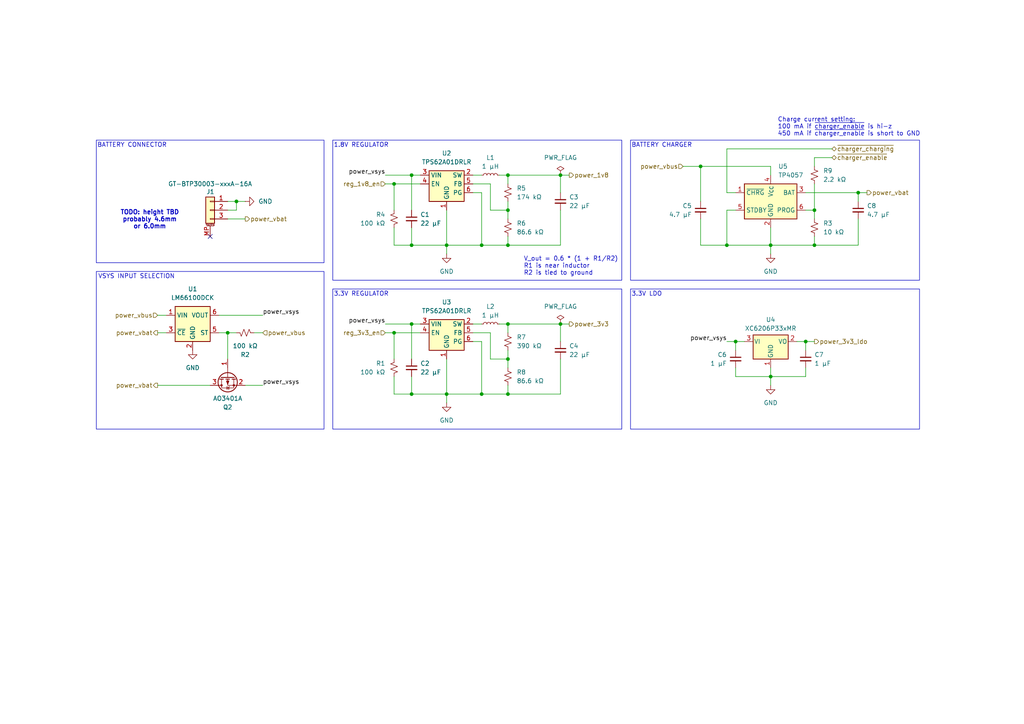
<source format=kicad_sch>
(kicad_sch (version 20231120) (generator "eeschema") (generator_version "8.0")
  (paper "A4")
  (title_block (title "Power supply / battery charger") (date "2024-11-14") (rev "Rev1") (comment 1 "Author: Aidan MacDonald"))
  (lib_symbols
    (symbol "Battery_Management:TP4057"
      (property "Reference" "U5" (at 2.1941 10.16 0))
      (property "Value" "TP4057" (at 2.1941 7.62 0))
      (symbol "TP4057_0_1"
        (rectangle (start -7.62 5.08) (end 7.62 -5.08) (stroke (width 0.254)) (fill (type background)))
      )
      (symbol "TP4057_1_1"
        (pin open_collector line (at -10.16 2.54 0) (length 2.54) (name "~{CHRG}") (number "1"))
        (pin power_in line (at 0 -7.62 90) (length 2.54) (name "GND") (number "2"))
        (pin power_out line (at 10.16 2.54 180) (length 2.54) (name "BAT") (number "3"))
        (pin power_in line (at 0 7.62 270) (length 2.54) (name "V_{CC}") (number "4"))
        (pin power_in line (at -10.16 -2.54 0) (length 2.54) (name "STDBY") (number "5"))
        (pin passive line (at 10.16 -2.54 180) (length 2.54) (name "PROG") (number "6"))
      )
    )
    (symbol "Device:C_Small" (pin_numbers hide) (pin_names (offset 0.254) hide)
      (property "Reference" "C" (at 0.254 1.778 0))
      (property "Value" "C_Small" (at 0.254 -2.032 0))
      (symbol "C_Small_0_1"
        (polyline (pts (xy -1.524 -0.508) (xy 1.524 -0.508)) (stroke (width 0.3302)))
        (polyline (pts (xy -1.524 0.508) (xy 1.524 0.508)) (stroke (width 0.3048)))
      )
      (symbol "C_Small_1_1"
        (pin passive line (at 0 2.54 270) (length 2.032) (name "~") (number "1"))
        (pin passive line (at 0 -2.54 90) (length 2.032) (name "~") (number "2"))
      )
    )
    (symbol "Device:L_Small" (pin_numbers hide) (pin_names (offset 0.254) hide)
      (property "Reference" "L" (at 0.762 1.016 0))
      (property "Value" "L_Small" (at 0.762 -1.016 0))
      (symbol "L_Small_0_1"
        (arc (start 0 -2.032) (mid 0.5058 -1.524) (end 0 -1.016))
        (arc (start 0 -1.016) (mid 0.5058 -0.508) (end 0 0))
        (arc (start 0 0) (mid 0.5058 0.508) (end 0 1.016))
        (arc (start 0 1.016) (mid 0.5058 1.524) (end 0 2.032))
      )
      (symbol "L_Small_1_1"
        (pin passive line (at 0 2.54 270) (length 0.508) (name "~") (number "1"))
        (pin passive line (at 0 -2.54 90) (length 0.508) (name "~") (number "2"))
      )
    )
    (symbol "Device:Q_PMOS_GSD" (pin_names (offset 0) hide)
      (property "Reference" "Q" (at 5.08 1.27 0))
      (property "Value" "Q_PMOS_GSD" (at 5.08 -1.27 0))
      (symbol "Q_PMOS_GSD_0_1"
        (polyline (pts (xy 0.254 0) (xy -2.54 0)))
        (polyline (pts (xy 0.254 1.905) (xy 0.254 -1.905)) (stroke (width 0.254)))
        (polyline (pts (xy 0.762 -1.27) (xy 0.762 -2.286)) (stroke (width 0.254)))
        (polyline (pts (xy 0.762 0.508) (xy 0.762 -0.508)) (stroke (width 0.254)))
        (polyline (pts (xy 0.762 2.286) (xy 0.762 1.27)) (stroke (width 0.254)))
        (polyline (pts (xy 2.54 2.54) (xy 2.54 1.778)))
        (polyline (pts (xy 2.54 -2.54) (xy 2.54 0) (xy 0.762 0)))
        (polyline (pts (xy 0.762 1.778) (xy 3.302 1.778) (xy 3.302 -1.778) (xy 0.762 -1.778)))
        (polyline (pts (xy 2.286 0) (xy 1.27 0.381) (xy 1.27 -0.381) (xy 2.286 0)) (fill (type outline)))
        (polyline (pts (xy 2.794 -0.508) (xy 2.921 -0.381) (xy 3.683 -0.381) (xy 3.81 -0.254)))
        (polyline (pts (xy 3.302 -0.381) (xy 2.921 0.254) (xy 3.683 0.254) (xy 3.302 -0.381)))
        (circle (center 1.651 0) (radius 2.794) (stroke (width 0.254)))
        (circle (center 2.54 -1.778) (radius 0.254) (fill (type outline)))
        (circle (center 2.54 1.778) (radius 0.254) (fill (type outline)))
      )
      (symbol "Q_PMOS_GSD_1_1"
        (pin input line (at -5.08 0 0) (length 2.54) (name "G") (number "1"))
        (pin passive line (at 2.54 -5.08 90) (length 2.54) (name "S") (number "2"))
        (pin passive line (at 2.54 5.08 270) (length 2.54) (name "D") (number "3"))
      )
    )
    (symbol "Device:R_Small_US" (pin_numbers hide) (pin_names (offset 0.254) hide)
      (property "Reference" "R" (at 0.762 0.508 0))
      (property "Value" "R_Small_US" (at 0.762 -1.016 0))
      (symbol "R_Small_US_1_1"
        (polyline (pts (xy 0 0) (xy 1.016 -0.381) (xy 0 -0.762) (xy -1.016 -1.143) (xy 0 -1.524)))
        (polyline (pts (xy 0 1.524) (xy 1.016 1.143) (xy 0 0.762) (xy -1.016 0.381) (xy 0 0)))
        (pin passive line (at 0 2.54 270) (length 1.016) (name "~") (number "1"))
        (pin passive line (at 0 -2.54 90) (length 1.016) (name "~") (number "2"))
      )
    )
    (symbol "Regulator_Linear:XC6206PxxxMR" (pin_names (offset 0.254))
      (property "Reference" "U" (at -3.81 3.175 0))
      (property "Value" "XC6206PxxxMR" (at 0 3.175 0))
      (symbol "XC6206PxxxMR_0_1"
        (rectangle (start -5.08 1.905) (end 5.08 -5.08) (stroke (width 0.254)) (fill (type background)))
      )
      (symbol "XC6206PxxxMR_1_1"
        (pin power_in line (at 0 -7.62 90) (length 2.54) (name "GND") (number "1"))
        (pin power_out line (at 7.62 0 180) (length 2.54) (name "VO") (number "2"))
        (pin power_in line (at -7.62 0 0) (length 2.54) (name "VI") (number "3"))
      )
    )
    (symbol "TPS62A01DRLR_1"
      (property "Reference" "U2" (at 0 8.89 0))
      (property "Value" "TPS62A01DRLR" (at 0 6.35 0))
      (symbol "TPS62A01DRLR_1_0_1"
        (rectangle (start -5.08 3.81) (end 5.08 -5.08) (stroke (width 0.254)) (fill (type background)))
      )
      (symbol "TPS62A01DRLR_1_1_1"
        (pin power_in line (at 0 -7.62 90) (length 2.54) (name "GND") (number "1"))
        (pin power_out line (at 7.62 2.54 180) (length 2.54) (name "SW") (number "2"))
        (pin power_in line (at -7.62 2.54 0) (length 2.54) (name "VIN") (number "3"))
        (pin input line (at -7.62 0 0) (length 2.54) (name "EN") (number "4"))
        (pin input line (at 7.62 0 180) (length 2.54) (name "FB") (number "5"))
        (pin power_in line (at 7.62 -2.54 180) (length 2.54) (name "PG") (number "6"))
      )
    )
    (symbol "echoplayer:GT-BTP30003" (pin_names (offset 1.016) hide)
      (property "Reference" "J" (at 0 5.08 0))
      (property "Value" "GT-BTP30003" (at 1.27 -5.08 0))
      (symbol "GT-BTP30003_1_1"
        (rectangle (start -1.27 -2.413) (end 0 -2.667) (stroke (width 0.1524)))
        (rectangle (start -1.27 0.127) (end 0 -0.127) (stroke (width 0.1524)))
        (rectangle (start -1.27 2.667) (end 0 2.413) (stroke (width 0.1524)))
        (rectangle (start -1.27 3.81) (end 1.27 -3.81) (stroke (width 0.254)) (fill (type background)))
        (polyline (pts (xy -1.016 -4.572) (xy 1.016 -4.572)) (stroke (width 0.1524)))
        (text "Mounting" (at 0 -4.191 0) (effects (font (size 0.381 0.381))))
        (pin passive line (at -5.08 2.54 0) (length 3.81) (name "Pin_1") (number "1"))
        (pin passive line (at -5.08 0 0) (length 3.81) (name "Pin_2") (number "2"))
        (pin passive line (at -5.08 -2.54 0) (length 3.81) (name "Pin_3") (number "3"))
        (pin passive line (at 0 -7.62 90) (length 3.048) (name "MountPin") (number "MP"))
      )
    )
    (symbol "echoplayer:LM66100DCK"
      (property "Reference" "U" (at -5.08 6.096 0))
      (property "Value" "LM66100DCK" (at 0.254 -6.35 0))
      (symbol "LM66100DCK_0_1"
        (rectangle (start -5.08 5.08) (end 5.08 -5.08) (stroke (width 0.254)) (fill (type background)))
      )
      (symbol "LM66100DCK_1_1"
        (pin power_in line (at -7.62 2.54 0) (length 2.54) (name "VIN") (number "1"))
        (pin power_in line (at 0 -7.62 90) (length 2.54) (name "GND") (number "2"))
        (pin input line (at -7.62 -2.54 0) (length 2.54) (name "~{CE}") (number "3"))
        (pin no_connect line (at 0 5.08 270) (length 2.54) hide (name "NC") (number "4"))
        (pin open_collector line (at 7.62 -2.54 180) (length 2.54) (name "ST") (number "5"))
        (pin power_out line (at 7.62 2.54 180) (length 2.54) (name "VOUT") (number "6"))
      )
    )
    (symbol "echoplayer:TPS62A01DRLR"
      (property "Reference" "U3" (at 0 8.89 0))
      (property "Value" "TPS62A01DRLR" (at 0 6.35 0))
      (symbol "TPS62A01DRLR_0_1"
        (rectangle (start -5.08 3.81) (end 5.08 -5.08) (stroke (width 0.254)) (fill (type background)))
      )
      (symbol "TPS62A01DRLR_1_1"
        (pin power_in line (at 0 -7.62 90) (length 2.54) (name "GND") (number "1"))
        (pin power_out line (at 7.62 2.54 180) (length 2.54) (name "SW") (number "2"))
        (pin power_in line (at -7.62 2.54 0) (length 2.54) (name "VIN") (number "3"))
        (pin input line (at -7.62 0 0) (length 2.54) (name "EN") (number "4"))
        (pin input line (at 7.62 0 180) (length 2.54) (name "FB") (number "5"))
        (pin power_in line (at 7.62 -2.54 180) (length 2.54) (name "PG") (number "6"))
      )
    )
    (symbol "power:GND" (power) (pin_numbers hide) (pin_names (offset 0) hide)
      (property "Value" "GND" (at 0 -3.81 0))
      (symbol "GND_0_1"
        (polyline (pts (xy 0 0) (xy 0 -1.27) (xy 1.27 -1.27) (xy 0 -2.54) (xy -1.27 -1.27) (xy 0 -1.27)))
      )
      (symbol "GND_1_1"
        (pin power_in line (at 0 0 270) (length 0) (name "~") (number "1"))
      )
    )
    (symbol "power:PWR_FLAG" (power) (pin_numbers hide) (pin_names (offset 0) hide)
      (property "Value" "PWR_FLAG" (at 0 3.81 0))
      (symbol "PWR_FLAG_0_0"
        (pin power_out line (at 0 0 90) (length 0) (name "~") (number "1"))
      )
      (symbol "PWR_FLAG_0_1"
        (polyline (pts (xy 0 0) (xy 0 1.27) (xy -1.016 1.905) (xy 0 2.54) (xy 1.016 1.905) (xy 0 1.27)))
      )
    )
  )
  (junction (at 162.56 93.98))
  (junction (at 147.32 71.12))
  (junction (at 66.04 96.52))
  (junction (at 236.22 60.96))
  (junction (at 119.38 93.98))
  (junction (at 147.32 50.8))
  (junction (at 147.32 93.98))
  (junction (at 248.92 55.88))
  (junction (at 210.82 71.12))
  (junction (at 203.2 48.26))
  (junction (at 223.52 109.22))
  (junction (at 233.68 99.06))
  (junction (at 119.38 50.8))
  (junction (at 129.54 71.12))
  (junction (at 162.56 50.8))
  (junction (at 139.7 71.12))
  (junction (at 139.7 114.3))
  (junction (at 147.32 114.3))
  (junction (at 236.22 71.12))
  (junction (at 147.32 60.96))
  (junction (at 119.38 71.12))
  (junction (at 68.58 58.42))
  (junction (at 129.54 114.3))
  (junction (at 119.38 114.3))
  (junction (at 223.52 71.12))
  (junction (at 147.32 104.14))
  (junction (at 213.36 99.06))
  (junction (at 114.3 53.34))
  (junction (at 114.3 96.52))
  (no_connect (at 60.96 68.58))
  (wire (pts (xy 215.9 99.06) (xy 213.36 99.06)))
  (wire (pts (xy 142.24 60.96) (xy 147.32 60.96)))
  (wire (pts (xy 210.82 43.18) (xy 241.3 43.18)))
  (wire (pts (xy 147.32 93.98) (xy 147.32 96.52)))
  (wire (pts (xy 233.68 60.96) (xy 236.22 60.96)))
  (wire (pts (xy 236.22 45.72) (xy 236.22 48.26)))
  (wire (pts (xy 76.2 111.76) (xy 71.12 111.76)))
  (wire (pts (xy 139.7 55.88) (xy 139.7 71.12)))
  (wire (pts (xy 233.68 109.22) (xy 223.52 109.22)))
  (wire (pts (xy 147.32 68.58) (xy 147.32 71.12)))
  (wire (pts (xy 142.24 53.34) (xy 142.24 60.96)))
  (wire (pts (xy 236.22 71.12) (xy 236.22 68.58)))
  (wire (pts (xy 203.2 48.26) (xy 223.52 48.26)))
  (wire (pts (xy 233.68 106.68) (xy 233.68 109.22)))
  (wire (pts (xy 147.32 104.14) (xy 147.32 106.68)))
  (wire (pts (xy 119.38 93.98) (xy 121.92 93.98)))
  (wire (pts (xy 248.92 55.88) (xy 248.92 58.42)))
  (wire (pts (xy 119.38 109.22) (xy 119.38 114.3)))
  (wire (pts (xy 129.54 114.3) (xy 129.54 116.84)))
  (wire (pts (xy 137.16 96.52) (xy 142.24 96.52)))
  (wire (pts (xy 119.38 50.8) (xy 121.92 50.8)))
  (wire (pts (xy 223.52 71.12) (xy 236.22 71.12)))
  (wire (pts (xy 111.76 53.34) (xy 114.3 53.34)))
  (wire (pts (xy 142.24 53.34) (xy 137.16 53.34)))
  (wire (pts (xy 223.52 66.04) (xy 223.52 71.12)))
  (wire (pts (xy 147.32 111.76) (xy 147.32 114.3)))
  (wire (pts (xy 119.38 114.3) (xy 129.54 114.3)))
  (wire (pts (xy 129.54 71.12) (xy 129.54 73.66)))
  (wire (pts (xy 137.16 93.98) (xy 139.7 93.98)))
  (wire (pts (xy 119.38 50.8) (xy 119.38 60.96)))
  (wire (pts (xy 66.04 96.52) (xy 66.04 104.14)))
  (wire (pts (xy 223.52 106.68) (xy 223.52 109.22)))
  (wire (pts (xy 144.78 50.8) (xy 147.32 50.8)))
  (wire (pts (xy 241.3 45.72) (xy 236.22 45.72)))
  (wire (pts (xy 248.92 55.88) (xy 251.46 55.88)))
  (wire (pts (xy 162.56 71.12) (xy 147.32 71.12)))
  (wire (pts (xy 233.68 99.06) (xy 236.22 99.06)))
  (wire (pts (xy 142.24 96.52) (xy 142.24 104.14)))
  (wire (pts (xy 129.54 104.14) (xy 129.54 114.3)))
  (wire (pts (xy 114.3 114.3) (xy 119.38 114.3)))
  (wire (pts (xy 162.56 93.98) (xy 165.1 93.98)))
  (wire (pts (xy 129.54 114.3) (xy 139.7 114.3)))
  (wire (pts (xy 137.16 99.06) (xy 139.7 99.06)))
  (wire (pts (xy 139.7 99.06) (xy 139.7 114.3)))
  (wire (pts (xy 63.5 96.52) (xy 66.04 96.52)))
  (wire (pts (xy 111.76 96.52) (xy 114.3 96.52)))
  (wire (pts (xy 203.2 63.5) (xy 203.2 71.12)))
  (wire (pts (xy 129.54 60.96) (xy 129.54 71.12)))
  (wire (pts (xy 114.3 71.12) (xy 119.38 71.12)))
  (wire (pts (xy 162.56 50.8) (xy 147.32 50.8)))
  (wire (pts (xy 162.56 104.14) (xy 162.56 114.3)))
  (wire (pts (xy 137.16 50.8) (xy 139.7 50.8)))
  (wire (pts (xy 248.92 71.12) (xy 236.22 71.12)))
  (wire (pts (xy 147.32 71.12) (xy 139.7 71.12)))
  (wire (pts (xy 66.04 63.5) (xy 71.12 63.5)))
  (wire (pts (xy 231.14 99.06) (xy 233.68 99.06)))
  (wire (pts (xy 213.36 60.96) (xy 210.82 60.96)))
  (wire (pts (xy 233.68 55.88) (xy 248.92 55.88)))
  (wire (pts (xy 203.2 48.26) (xy 203.2 58.42)))
  (wire (pts (xy 210.82 71.12) (xy 223.52 71.12)))
  (wire (pts (xy 210.82 60.96) (xy 210.82 71.12)))
  (wire (pts (xy 142.24 104.14) (xy 147.32 104.14)))
  (wire (pts (xy 114.3 96.52) (xy 121.92 96.52)))
  (wire (pts (xy 147.32 50.8) (xy 147.32 53.34)))
  (wire (pts (xy 248.92 63.5) (xy 248.92 71.12)))
  (wire (pts (xy 66.04 60.96) (xy 68.58 60.96)))
  (wire (pts (xy 114.3 96.52) (xy 114.3 104.14)))
  (wire (pts (xy 137.16 55.88) (xy 139.7 55.88)))
  (wire (pts (xy 147.32 58.42) (xy 147.32 60.96)))
  (wire (pts (xy 45.72 111.76) (xy 60.96 111.76)))
  (wire (pts (xy 111.76 93.98) (xy 119.38 93.98)))
  (wire (pts (xy 162.56 50.8) (xy 165.1 50.8)))
  (wire (pts (xy 236.22 53.34) (xy 236.22 60.96)))
  (wire (pts (xy 162.56 93.98) (xy 147.32 93.98)))
  (wire (pts (xy 119.38 93.98) (xy 119.38 104.14)))
  (wire (pts (xy 119.38 71.12) (xy 129.54 71.12)))
  (wire (pts (xy 114.3 53.34) (xy 114.3 60.96)))
  (wire (pts (xy 68.58 58.42) (xy 71.12 58.42)))
  (wire (pts (xy 213.36 106.68) (xy 213.36 109.22)))
  (wire (pts (xy 45.72 96.52) (xy 48.26 96.52)))
  (wire (pts (xy 162.56 60.96) (xy 162.56 71.12)))
  (wire (pts (xy 114.3 109.22) (xy 114.3 114.3)))
  (wire (pts (xy 198.12 48.26) (xy 203.2 48.26)))
  (wire (pts (xy 210.82 55.88) (xy 210.82 43.18)))
  (wire (pts (xy 223.52 48.26) (xy 223.52 50.8)))
  (wire (pts (xy 233.68 99.06) (xy 233.68 101.6)))
  (wire (pts (xy 213.36 55.88) (xy 210.82 55.88)))
  (wire (pts (xy 213.36 99.06) (xy 213.36 101.6)))
  (wire (pts (xy 162.56 55.88) (xy 162.56 50.8)))
  (wire (pts (xy 66.04 96.52) (xy 68.58 96.52)))
  (wire (pts (xy 76.2 96.52) (xy 73.66 96.52)))
  (wire (pts (xy 45.72 91.44) (xy 48.26 91.44)))
  (wire (pts (xy 223.52 73.66) (xy 223.52 71.12)))
  (wire (pts (xy 147.32 60.96) (xy 147.32 63.5)))
  (wire (pts (xy 162.56 114.3) (xy 147.32 114.3)))
  (wire (pts (xy 111.76 50.8) (xy 119.38 50.8)))
  (wire (pts (xy 114.3 66.04) (xy 114.3 71.12)))
  (wire (pts (xy 147.32 101.6) (xy 147.32 104.14)))
  (wire (pts (xy 144.78 93.98) (xy 147.32 93.98)))
  (wire (pts (xy 66.04 58.42) (xy 68.58 58.42)))
  (wire (pts (xy 210.82 99.06) (xy 213.36 99.06)))
  (wire (pts (xy 139.7 114.3) (xy 147.32 114.3)))
  (wire (pts (xy 213.36 109.22) (xy 223.52 109.22)))
  (wire (pts (xy 223.52 109.22) (xy 223.52 111.76)))
  (wire (pts (xy 119.38 66.04) (xy 119.38 71.12)))
  (wire (pts (xy 114.3 53.34) (xy 121.92 53.34)))
  (wire (pts (xy 162.56 99.06) (xy 162.56 93.98)))
  (wire (pts (xy 68.58 58.42) (xy 68.58 60.96)))
  (wire (pts (xy 203.2 71.12) (xy 210.82 71.12)))
  (wire (pts (xy 139.7 71.12) (xy 129.54 71.12)))
  (wire (pts (xy 236.22 60.96) (xy 236.22 63.5)))
  (wire (pts (xy 63.5 91.44) (xy 76.2 91.44)))
  (rectangle (start 96.52 40.64) (end 180.34 81.28))
  (rectangle (start 27.94 40.64) (end 93.98 76.2))
  (rectangle (start 96.52 83.82) (end 180.34 124.46))
  (rectangle (start 27.94 78.74) (end 93.98 124.46))
  (rectangle (start 182.88 83.82) (end 266.7 124.46))
  (rectangle (start 182.88 40.64) (end 266.7 81.28))
  (text "TODO: height TBD\nprobably 4.6mm\nor 6.0mm" (at 43.434 63.754 0) (effects (font (size 1.27 1.27) (thickness 0.254) (bold yes))))
  (text "3.3V REGULATOR" (at 96.774 85.344 0) (effects (font (size 1.27 1.27)) (justify left)))
  (text "V_out = 0.6 * (1 + R1/R2)\nR1 is near inductor\nR2 is tied to ground" (at 151.892 77.216 0) (effects (font (size 1.27 1.27)) (justify left)))
  (text "1.8V REGULATOR" (at 96.774 42.164 0) (effects (font (size 1.27 1.27)) (justify left)))
  (text "Charge current setting:\n100 mA if ~{charger_enable} is hi-z\n450 mA if ~{charger_enable} is short to GND" (at 225.552 36.83 0) (effects (font (size 1.27 1.27)) (justify left)))
  (text "BATTERY CHARGER" (at 183.134 42.164 0) (effects (font (size 1.27 1.27)) (justify left)))
  (text "BATTERY CONNECTOR" (at 28.194 42.164 0) (effects (font (size 1.27 1.27)) (justify left)))
  (text "3.3V LDO" (at 183.134 85.344 0) (effects (font (size 1.27 1.27)) (justify left)))
  (text "VSYS INPUT SELECTION" (at 28.448 80.264 0) (effects (font (size 1.27 1.27)) (justify left)))
  (label "power_vsys" (at 76.2 111.76 0))
  (label "power_vsys" (at 111.76 93.98 180))
  (label "power_vsys" (at 76.2 91.44 0))
  (label "power_vsys" (at 210.82 99.06 180))
  (label "power_vsys" (at 111.76 50.8 180))
  (hierarchical_label "power_vbat" (shape output) (at 45.72 96.52 180))
  (hierarchical_label "~{charger_charging}" (shape tri_state) (at 241.3 43.18 0))
  (hierarchical_label "power_3v3" (shape output) (at 165.1 93.98 0))
  (hierarchical_label "reg_3v3_en" (shape input) (at 111.76 96.52 180))
  (hierarchical_label "power_vbus" (shape input) (at 198.12 48.26 180))
  (hierarchical_label "power_vbus" (shape input) (at 45.72 91.44 180))
  (hierarchical_label "power_vbus" (shape input) (at 76.2 96.52 0))
  (hierarchical_label "power_vbat" (shape output) (at 71.12 63.5 0))
  (hierarchical_label "power_1v8" (shape output) (at 165.1 50.8 0))
  (hierarchical_label "~{charger_enable}" (shape tri_state) (at 241.3 45.72 0))
  (hierarchical_label "reg_1v8_en" (shape input) (at 111.76 53.34 180))
  (hierarchical_label "power_3v3_ldo" (shape output) (at 236.22 99.06 0))
  (hierarchical_label "power_vbat" (shape output) (at 251.46 55.88 0))
  (hierarchical_label "power_vbat" (shape output) (at 45.72 111.76 180))
  (symbol (lib_id "power:PWR_FLAG") (at 162.56 93.98 0) (unit 1)
    (property "Reference" "#FLG02" (effects (hide yes)))
    (property "Value" "PWR_FLAG" (at 162.56 88.9 0))
    (property "Description" "Special symbol for telling ERC where power comes from" (effects (hide yes)))
  )
  (symbol (lib_id "Device:R_Small_US") (at 114.3 63.5 0) (mirror y) (unit 1)
    (property "Reference" "R4" (at 111.76 62.2299 0) (effects (justify left)))
    (property "Value" "100 kΩ" (at 111.76 64.7699 0) (effects (justify left)))
    (property "Footprint" "Resistor_SMD:R_0402_1005Metric" (effects (hide yes)))
    (property "Description" "Resistor, small US symbol" (effects (hide yes)))
    (property "LCSC#" "C60491" (effects (hide yes)))
  )
  (symbol (lib_id "Battery_Management:TP4057") (at 223.52 58.42 0) (unit 1)
    (property "Reference" "U5" (at 225.7141 48.26 0) (effects (justify left)))
    (property "Value" "TP4057" (at 225.7141 50.8 0) (effects (justify left)))
    (property "Footprint" "Package_TO_SOT_SMD:TSOT-23-6" (effects (hide yes)))
    (property "Datasheet" "http://toppwr.com/uploadfile/file/20230304/640302a47b738.pdf" (effects (hide yes)))
    (property "Description" "Constant-current/constant-voltage linear charger for single cell lithium-ion batteries with 2.9V Trickle Charge, 4.5V to 6.5V VDD, -40 to +85 degree Celsius, TSOT-23-5" (effects (hide yes)))
    (property "LCSC#" "C725791" (effects (hide yes)))
  )
  (symbol (lib_id "echoplayer:TPS62A01DRLR") (at 129.54 96.52 0) (unit 1)
    (property "Reference" "U3" (at 129.54 87.63 0))
    (property "Value" "TPS62A01DRLR" (at 129.54 90.17 0))
    (property "Footprint" "Package_TO_SOT_SMD:SOT-563" (effects (hide yes)))
    (property "Datasheet" "https://www.ti.com/lit/ds/symlink/tps62a01.pdf" (effects (hide yes)))
    (property "Description" "2.4 MHz, 1A, 2.5V-5.5V input, synchronous buck converter" (effects (hide yes)))
    (property "LCSC#" "C5157937" (effects (hide yes)))
  )
  (symbol (lib_id "Device:R_Small_US") (at 236.22 66.04 0) (unit 1)
    (property "Reference" "R3" (at 238.76 64.7699 0) (effects (justify left)))
    (property "Value" "10 kΩ" (at 238.76 67.3099 0) (effects (justify left)))
    (property "Footprint" "Resistor_SMD:R_0402_1005Metric" (effects (hide yes)))
    (property "Description" "Resistor, small US symbol" (effects (hide yes)))
    (property "LCSC#" "C60490" (effects (hide yes)))
  )
  (symbol (lib_id "Device:R_Small_US") (at 147.32 66.04 0) (unit 1)
    (property "Reference" "R6" (at 149.86 64.7699 0) (effects (justify left)))
    (property "Value" "86.6 kΩ" (at 149.86 67.3099 0) (effects (justify left)))
    (property "Footprint" "Resistor_SMD:R_0603_1608Metric" (effects (hide yes)))
    (property "Description" "Resistor, small US symbol" (effects (hide yes)))
    (property "LCSC#" "C3000725" (effects (hide yes)))
  )
  (symbol (lib_id "Device:L_Small") (at 142.24 93.98 90) (unit 1)
    (property "Reference" "L2" (at 142.24 88.9 90))
    (property "Value" "1 µH" (at 142.24 91.44 90))
    (property "Footprint" "echoplayer:L_0806_2016Metric" (effects (hide yes)))
    (property "Datasheet" "https://www.lcsc.com/datasheet/lcsc_datasheet_2410010330_Murata-Electronics-DFE201610E-1R0M-P2_C161082.pdf" (effects (hide yes)))
    (property "Description" "Inductor, small symbol" (effects (hide yes)))
    (property "LCSC#" "C161082" (effects (hide yes)))
  )
  (symbol (lib_id "Device:L_Small") (at 142.24 50.8 90) (unit 1)
    (property "Reference" "L1" (at 142.24 45.72 90))
    (property "Value" "1 µH" (at 142.24 48.26 90))
    (property "Footprint" "echoplayer:L_0806_2016Metric" (effects (hide yes)))
    (property "Datasheet" "https://www.lcsc.com/datasheet/lcsc_datasheet_2410010330_Murata-Electronics-DFE201610E-1R0M-P2_C161082.pdf" (effects (hide yes)))
    (property "Description" "Inductor, small symbol" (effects (hide yes)))
    (property "LCSC#" "C161082" (effects (hide yes)))
  )
  (symbol (lib_id "Device:Q_PMOS_GSD") (at 66.04 109.22 90) (mirror x) (unit 1)
    (property "Reference" "Q2" (at 66.04 118.11 90))
    (property "Value" "AO3401A" (at 66.04 115.57 90))
    (property "Footprint" "Package_TO_SOT_SMD:SOT-23" (effects (hide yes)))
    (property "Datasheet" "https://www.lcsc.com/datasheet/lcsc_datasheet_2311091734_UMW-Youtai-Semiconductor-Co---Ltd--AO3401A_C347476.pdf" (effects (hide yes)))
    (property "Description" "P-MOSFET transistor, gate/source/drain" (effects (hide yes)))
    (property "LCSC#" "C347476" (effects (hide yes)))
  )
  (symbol (lib_id "echoplayer:GT-BTP30003") (at 60.96 60.96 0) (mirror y) (unit 1)
    (property "Reference" "J1" (at 62.23 55.626 0) (effects (justify left)))
    (property "Value" "GT-BTP30003-xxxA-16A" (at 73.152 53.34 0) (effects (justify left)))
    (property "Footprint" "echoplayer:Conn_GT-BTP30003-xxxxA-016A" (effects (hide yes)))
    (property "Datasheet" "https://www.lcsc.com/datasheet/lcsc_datasheet_2409091552_G-Switch-GT-BTP30003-0460A-016A_C41378737.pdf" (effects (hide yes)))
    (property "Description" "3-pin blade/shrapnel battery connector, SMD, vertical mount with mounting pin" (effects (hide yes)))
    (property "LCSC#" "C41378737" (effects (hide yes)))
  )
  (symbol (lib_id "Device:C_Small") (at 162.56 101.6 0) (mirror y) (unit 1)
    (property "Reference" "C4" (at 165.1 100.3362 0) (effects (justify right)))
    (property "Value" "22 µF" (at 165.1 102.8762 0) (effects (justify right)))
    (property "Footprint" "Capacitor_SMD:C_0805_2012Metric" (effects (hide yes)))
    (property "Description" "Unpolarized capacitor, small symbol" (effects (hide yes)))
    (property "LCSC#" "C86816" (effects (hide yes)))
  )
  (symbol (lib_id "power:GND") (at 223.52 73.66 0) (unit 1)
    (property "Reference" "#PWR016" (effects (hide yes)))
    (property "Value" "GND" (at 223.52 78.74 0))
    (property "Description" "Power symbol creates a global label with name \"GND\" , ground" (effects (hide yes)))
  )
  (symbol (lib_id "power:GND") (at 223.52 111.76 0) (unit 1)
    (property "Reference" "#PWR015" (effects (hide yes)))
    (property "Value" "GND" (at 223.52 116.84 0))
    (property "Description" "Power symbol creates a global label with name \"GND\" , ground" (effects (hide yes)))
  )
  (symbol (lib_id "Device:R_Small_US") (at 114.3 106.68 0) (mirror y) (unit 1)
    (property "Reference" "R1" (at 111.76 105.4099 0) (effects (justify left)))
    (property "Value" "100 kΩ" (at 111.76 107.9499 0) (effects (justify left)))
    (property "Footprint" "Resistor_SMD:R_0402_1005Metric" (effects (hide yes)))
    (property "Description" "Resistor, small US symbol" (effects (hide yes)))
    (property "LCSC#" "C60491" (effects (hide yes)))
  )
  (symbol (lib_id "Device:R_Small_US") (at 147.32 109.22 0) (unit 1)
    (property "Reference" "R8" (at 149.86 107.9499 0) (effects (justify left)))
    (property "Value" "86.6 kΩ" (at 149.86 110.4899 0) (effects (justify left)))
    (property "Footprint" "Resistor_SMD:R_0603_1608Metric" (effects (hide yes)))
    (property "Description" "Resistor, small US symbol" (effects (hide yes)))
    (property "LCSC#" "C3000725" (effects (hide yes)))
  )
  (symbol (lib_id "Device:R_Small_US") (at 147.32 99.06 0) (unit 1)
    (property "Reference" "R7" (at 149.86 97.7899 0) (effects (justify left)))
    (property "Value" "390 kΩ" (at 149.86 100.3299 0) (effects (justify left)))
    (property "Footprint" "Resistor_SMD:R_0603_1608Metric" (effects (hide yes)))
    (property "Description" "Resistor, small US symbol" (effects (hide yes)))
    (property "LCSC#" "C23150" (effects (hide yes)))
  )
  (symbol (lib_id "Device:C_Small") (at 162.56 58.42 0) (mirror y) (unit 1)
    (property "Reference" "C3" (at 165.1 57.1562 0) (effects (justify right)))
    (property "Value" "22 µF" (at 165.1 59.6962 0) (effects (justify right)))
    (property "Footprint" "Capacitor_SMD:C_0805_2012Metric" (effects (hide yes)))
    (property "Description" "Unpolarized capacitor, small symbol" (effects (hide yes)))
    (property "LCSC#" "C86816" (effects (hide yes)))
  )
  (symbol (lib_id "power:GND") (at 71.12 58.42 90) (unit 1)
    (property "Reference" "#PWR011" (effects (hide yes)))
    (property "Value" "GND" (at 74.93 58.4199 90) (effects (justify right)))
    (property "Description" "Power symbol creates a global label with name \"GND\" , ground" (effects (hide yes)))
  )
  (symbol (lib_name "TPS62A01DRLR_1") (lib_id "echoplayer:TPS62A01DRLR") (at 129.54 53.34 0) (unit 1)
    (property "Reference" "U2" (at 129.54 44.45 0))
    (property "Value" "TPS62A01DRLR" (at 129.54 46.99 0))
    (property "Footprint" "Package_TO_SOT_SMD:SOT-563" (effects (hide yes)))
    (property "Datasheet" "https://www.ti.com/lit/ds/symlink/tps62a01.pdf" (effects (hide yes)))
    (property "Description" "2.4 MHz, 1A, 2.5V-5.5V input, synchronous buck converter" (effects (hide yes)))
    (property "LCSC#" "C5157937" (effects (hide yes)))
  )
  (symbol (lib_id "Device:R_Small_US") (at 236.22 50.8 0) (unit 1)
    (property "Reference" "R9" (at 238.76 49.5299 0) (effects (justify left)))
    (property "Value" "2.2 kΩ" (at 238.76 52.0699 0) (effects (justify left)))
    (property "Footprint" "Resistor_SMD:R_0402_1005Metric" (effects (hide yes)))
    (property "Description" "Resistor, small US symbol" (effects (hide yes)))
    (property "LCSC#" "C114762" (effects (hide yes)))
  )
  (symbol (lib_id "power:GND") (at 55.88 101.6 0) (unit 1)
    (property "Reference" "#PWR010" (effects (hide yes)))
    (property "Value" "GND" (at 55.88 106.68 0))
    (property "Description" "Power symbol creates a global label with name \"GND\" , ground" (effects (hide yes)))
  )
  (symbol (lib_id "power:GND") (at 129.54 73.66 0) (unit 1)
    (property "Reference" "#PWR013" (effects (hide yes)))
    (property "Value" "GND" (at 129.54 78.74 0))
    (property "Description" "Power symbol creates a global label with name \"GND\" , ground" (effects (hide yes)))
  )
  (symbol (lib_id "Device:C_Small") (at 233.68 104.14 0) (unit 1)
    (property "Reference" "C7" (at 236.22 102.8762 0) (effects (justify left)))
    (property "Value" "1 µF" (at 236.22 105.4162 0) (effects (justify left)))
    (property "Footprint" "Capacitor_SMD:C_0402_1005Metric" (effects (hide yes)))
    (property "Description" "Unpolarized capacitor, small symbol" (effects (hide yes)))
    (property "LCSC#" "C52923" (effects (hide yes)))
  )
  (symbol (lib_id "Device:R_Small_US") (at 147.32 55.88 0) (unit 1)
    (property "Reference" "R5" (at 149.86 54.6099 0) (effects (justify left)))
    (property "Value" "174 kΩ" (at 149.86 57.1499 0) (effects (justify left)))
    (property "Footprint" "Resistor_SMD:R_0603_1608Metric" (effects (hide yes)))
    (property "Description" "Resistor, small US symbol" (effects (hide yes)))
    (property "LCSC#" "C2933159" (effects (hide yes)))
  )
  (symbol (lib_id "Device:C_Small") (at 119.38 106.68 0) (mirror y) (unit 1)
    (property "Reference" "C2" (at 121.92 105.4162 0) (effects (justify right)))
    (property "Value" "22 µF" (at 121.92 107.9562 0) (effects (justify right)))
    (property "Footprint" "Capacitor_SMD:C_0805_2012Metric" (effects (hide yes)))
    (property "Description" "Unpolarized capacitor, small symbol" (effects (hide yes)))
    (property "LCSC#" "C86816" (effects (hide yes)))
  )
  (symbol (lib_id "echoplayer:LM66100DCK") (at 55.88 93.98 0) (unit 1)
    (property "Reference" "U1" (at 55.88 83.82 0))
    (property "Value" "LM66100DCK" (at 55.88 86.36 0))
    (property "Footprint" "Package_TO_SOT_SMD:Texas_R-PDSO-G6" (effects (hide yes)))
    (property "Datasheet" "https://www.ti.com/lit/ds/symlink/lm66100.pdf" (effects (hide yes)))
    (property "Description" "Ideal Diode With Input Polarity Protection 1.5 - 5.5V  Input Voltage, 1.5A Output Current, Ron 141 mOhm, SC-70-6" (effects (hide yes)))
    (property "LCSC#" "C2869734" (effects (hide yes)))
  )
  (symbol (lib_id "Device:C_Small") (at 213.36 104.14 0) (mirror y) (unit 1)
    (property "Reference" "C6" (at 210.82 102.8762 0) (effects (justify left)))
    (property "Value" "1 µF" (at 210.82 105.4162 0) (effects (justify left)))
    (property "Footprint" "Capacitor_SMD:C_0402_1005Metric" (effects (hide yes)))
    (property "Description" "Unpolarized capacitor, small symbol" (effects (hide yes)))
    (property "LCSC#" "C52923" (effects (hide yes)))
  )
  (symbol (lib_id "power:GND") (at 129.54 116.84 0) (unit 1)
    (property "Reference" "#PWR014" (effects (hide yes)))
    (property "Value" "GND" (at 129.54 121.92 0))
    (property "Description" "Power symbol creates a global label with name \"GND\" , ground" (effects (hide yes)))
  )
  (symbol (lib_id "Device:C_Small") (at 119.38 63.5 0) (mirror y) (unit 1)
    (property "Reference" "C1" (at 121.92 62.2362 0) (effects (justify right)))
    (property "Value" "22 µF" (at 121.92 64.7762 0) (effects (justify right)))
    (property "Footprint" "Capacitor_SMD:C_0805_2012Metric" (effects (hide yes)))
    (property "Description" "Unpolarized capacitor, small symbol" (effects (hide yes)))
    (property "LCSC#" "C86816" (effects (hide yes)))
  )
  (symbol (lib_id "Device:R_Small_US") (at 71.12 96.52 270) (mirror x) (unit 1)
    (property "Reference" "R2" (at 71.12 102.87 90))
    (property "Value" "100 kΩ" (at 71.12 100.33 90))
    (property "Footprint" "Resistor_SMD:R_0402_1005Metric" (effects (hide yes)))
    (property "Description" "Resistor, small US symbol" (effects (hide yes)))
    (property "LCSC#" "C60491" (effects (hide yes)))
  )
  (symbol (lib_id "Device:C_Small") (at 203.2 60.96 0) (unit 1)
    (property "Reference" "C5" (at 200.66 59.6962 0) (effects (justify right)))
    (property "Value" "4.7 µF" (at 200.66 62.2362 0) (effects (justify right)))
    (property "Footprint" "Capacitor_SMD:C_0603_1608Metric" (effects (hide yes)))
    (property "Description" "Unpolarized capacitor, small symbol" (effects (hide yes)))
    (property "LCSC#" "C69335" (effects (hide yes)))
  )
  (symbol (lib_id "power:PWR_FLAG") (at 162.56 50.8 0) (unit 1)
    (property "Reference" "#FLG01" (effects (hide yes)))
    (property "Value" "PWR_FLAG" (at 162.56 45.72 0))
    (property "Description" "Special symbol for telling ERC where power comes from" (effects (hide yes)))
  )
  (symbol (lib_id "Regulator_Linear:XC6206PxxxMR") (at 223.52 99.06 0) (unit 1)
    (property "Reference" "U4" (at 223.52 92.71 0))
    (property "Value" "XC6206P33xMR" (at 223.52 95.25 0))
    (property "Footprint" "Package_TO_SOT_SMD:SOT-23-3" (effects (hide yes)))
    (property "Datasheet" "https://www.torexsemi.com/file/xc6206/XC6206.pdf" (effects (hide yes)))
    (property "Description" "Positive 60-250mA Low Dropout Regulator, Fixed Output, SOT-23" (effects (hide yes)))
    (property "LCSC#" "C5446" (effects (hide yes)))
  )
  (symbol (lib_id "Device:C_Small") (at 248.92 60.96 0) (mirror y) (unit 1)
    (property "Reference" "C8" (at 251.46 59.6962 0) (effects (justify right)))
    (property "Value" "4.7 µF" (at 251.46 62.2362 0) (effects (justify right)))
    (property "Footprint" "Capacitor_SMD:C_0603_1608Metric" (effects (hide yes)))
    (property "Description" "Unpolarized capacitor, small symbol" (effects (hide yes)))
    (property "LCSC#" "C69335" (effects (hide yes)))
  )
)
</source>
